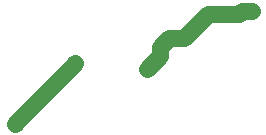
<source format=gbr>
%ICAS*%
%MOIN*%
%IPPOS*%
%ASAXBY*%
G74*%FSLAX34Y34*%
%ADD10C,0.0550*%
%ADD11R,0.0550X0.0550*%
%ADD12R,0.0500X0.0500*%
%ADD13R,0.0960X0.0960*%
%ADD14O,0.0590X0.0886*%
G54*
D10*
G01X0006910Y0004900D02*
X0004900Y0002890D01*
X0012800Y0006640D02*
X0012480D01*
X0012390Y0006550D01*
X0011350D01*
X0010550Y0005750D01*
X0010050D01*
X0009750Y0005450D01*
Y0005150D01*
X0009300Y0004700D01*
M02*

</source>
